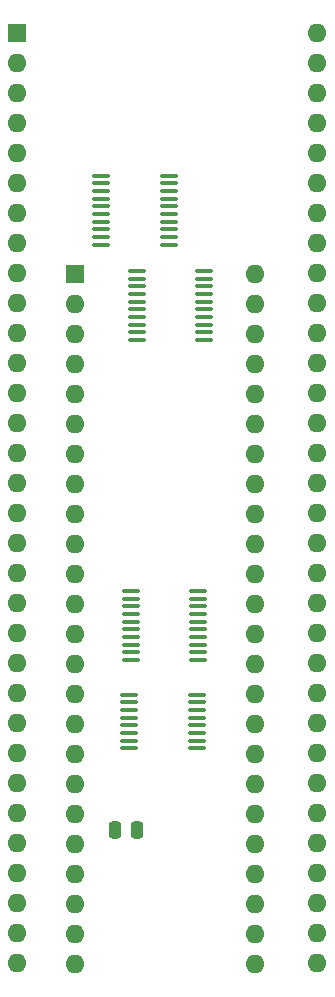
<source format=gbr>
G04 #@! TF.GenerationSoftware,KiCad,Pcbnew,7.0.5*
G04 #@! TF.CreationDate,2023-06-23T21:15:38-07:00*
G04 #@! TF.ProjectId,MCL68,4d434c36-382e-46b6-9963-61645f706362,rev?*
G04 #@! TF.SameCoordinates,Original*
G04 #@! TF.FileFunction,Soldermask,Bot*
G04 #@! TF.FilePolarity,Negative*
%FSLAX46Y46*%
G04 Gerber Fmt 4.6, Leading zero omitted, Abs format (unit mm)*
G04 Created by KiCad (PCBNEW 7.0.5) date 2023-06-23 21:15:38*
%MOMM*%
%LPD*%
G01*
G04 APERTURE LIST*
G04 Aperture macros list*
%AMRoundRect*
0 Rectangle with rounded corners*
0 $1 Rounding radius*
0 $2 $3 $4 $5 $6 $7 $8 $9 X,Y pos of 4 corners*
0 Add a 4 corners polygon primitive as box body*
4,1,4,$2,$3,$4,$5,$6,$7,$8,$9,$2,$3,0*
0 Add four circle primitives for the rounded corners*
1,1,$1+$1,$2,$3*
1,1,$1+$1,$4,$5*
1,1,$1+$1,$6,$7*
1,1,$1+$1,$8,$9*
0 Add four rect primitives between the rounded corners*
20,1,$1+$1,$2,$3,$4,$5,0*
20,1,$1+$1,$4,$5,$6,$7,0*
20,1,$1+$1,$6,$7,$8,$9,0*
20,1,$1+$1,$8,$9,$2,$3,0*%
G04 Aperture macros list end*
%ADD10R,1.600000X1.600000*%
%ADD11O,1.600000X1.600000*%
%ADD12RoundRect,0.250000X-0.250000X-0.475000X0.250000X-0.475000X0.250000X0.475000X-0.250000X0.475000X0*%
%ADD13RoundRect,0.100000X-0.637500X-0.100000X0.637500X-0.100000X0.637500X0.100000X-0.637500X0.100000X0*%
%ADD14RoundRect,0.100000X0.637500X0.100000X-0.637500X0.100000X-0.637500X-0.100000X0.637500X-0.100000X0*%
G04 APERTURE END LIST*
D10*
X144043400Y-75793600D03*
D11*
X144043400Y-78333600D03*
X144043400Y-80873600D03*
X144043400Y-83413600D03*
X144043400Y-85953600D03*
X144043400Y-88493600D03*
X144043400Y-91033600D03*
X144043400Y-93573600D03*
X144043400Y-96113600D03*
X144043400Y-98653600D03*
X144043400Y-101193600D03*
X144043400Y-103733600D03*
X144043400Y-106273600D03*
X144043400Y-108813600D03*
X144043400Y-111353600D03*
X144043400Y-113893600D03*
X144043400Y-116433600D03*
X144043400Y-118973600D03*
X144043400Y-121513600D03*
X144043400Y-124053600D03*
X144043400Y-126593600D03*
X144043400Y-129133600D03*
X144043400Y-131673600D03*
X144043400Y-134213600D03*
X159283400Y-134213600D03*
X159283400Y-131673600D03*
X159283400Y-129133600D03*
X159283400Y-126593600D03*
X159283400Y-124053600D03*
X159283400Y-121513600D03*
X159283400Y-118973600D03*
X159283400Y-116433600D03*
X159283400Y-113893600D03*
X159283400Y-111353600D03*
X159283400Y-108813600D03*
X159283400Y-106273600D03*
X159283400Y-103733600D03*
X159283400Y-101193600D03*
X159283400Y-98653600D03*
X159283400Y-96113600D03*
X159283400Y-93573600D03*
X159283400Y-91033600D03*
X159283400Y-88493600D03*
X159283400Y-85953600D03*
X159283400Y-83413600D03*
X159283400Y-80873600D03*
X159283400Y-78333600D03*
X159283400Y-75793600D03*
D10*
X139141200Y-55397400D03*
D11*
X139141200Y-57937400D03*
X139141200Y-60477400D03*
X139141200Y-63017400D03*
X139141200Y-65557400D03*
X139141200Y-68097400D03*
X139141200Y-70637400D03*
X139141200Y-73177400D03*
X139141200Y-75717400D03*
X139141200Y-78257400D03*
X139141200Y-80797400D03*
X139141200Y-83337400D03*
X139141200Y-85877400D03*
X139141200Y-88417400D03*
X139141200Y-90957400D03*
X139141200Y-93497400D03*
X139141200Y-96037400D03*
X139141200Y-98577400D03*
X139141200Y-101117400D03*
X139141200Y-103657400D03*
X139141200Y-106197400D03*
X139141200Y-108737400D03*
X139141200Y-111277400D03*
X139141200Y-113817400D03*
X139141200Y-116357400D03*
X139141200Y-118897400D03*
X139141200Y-121437400D03*
X139141200Y-123977400D03*
X139141200Y-126517400D03*
X139141200Y-129057400D03*
X139141200Y-131597400D03*
X139141200Y-134137400D03*
X164541200Y-134137400D03*
X164541200Y-131597400D03*
X164541200Y-129057400D03*
X164541200Y-126517400D03*
X164541200Y-123977400D03*
X164541200Y-121437400D03*
X164541200Y-118897400D03*
X164541200Y-116357400D03*
X164541200Y-113817400D03*
X164541200Y-111277400D03*
X164541200Y-108737400D03*
X164541200Y-106197400D03*
X164541200Y-103657400D03*
X164541200Y-101117400D03*
X164541200Y-98577400D03*
X164541200Y-96037400D03*
X164541200Y-93497400D03*
X164541200Y-90957400D03*
X164541200Y-88417400D03*
X164541200Y-85877400D03*
X164541200Y-83337400D03*
X164541200Y-80797400D03*
X164541200Y-78257400D03*
X164541200Y-75717400D03*
X164541200Y-73177400D03*
X164541200Y-70637400D03*
X164541200Y-68097400D03*
X164541200Y-65557400D03*
X164541200Y-63017400D03*
X164541200Y-60477400D03*
X164541200Y-57937400D03*
X164541200Y-55397400D03*
D12*
X147386000Y-122885200D03*
X149286000Y-122885200D03*
D13*
X148623100Y-115965400D03*
X148623100Y-115315400D03*
X148623100Y-114665400D03*
X148623100Y-114015400D03*
X148623100Y-113365400D03*
X148623100Y-112715400D03*
X148623100Y-112065400D03*
X148623100Y-111415400D03*
X154348100Y-111415400D03*
X154348100Y-112065400D03*
X154348100Y-112715400D03*
X154348100Y-113365400D03*
X154348100Y-114015400D03*
X154348100Y-114665400D03*
X154348100Y-115315400D03*
X154348100Y-115965400D03*
D14*
X154457400Y-102653000D03*
X154457400Y-103303000D03*
X154457400Y-103953000D03*
X154457400Y-104603000D03*
X154457400Y-105253000D03*
X154457400Y-105903000D03*
X154457400Y-106553000D03*
X154457400Y-107203000D03*
X154457400Y-107853000D03*
X154457400Y-108503000D03*
X148732400Y-108503000D03*
X148732400Y-107853000D03*
X148732400Y-107203000D03*
X148732400Y-106553000D03*
X148732400Y-105903000D03*
X148732400Y-105253000D03*
X148732400Y-104603000D03*
X148732400Y-103953000D03*
X148732400Y-103303000D03*
X148732400Y-102653000D03*
X151942800Y-67474000D03*
X151942800Y-68124000D03*
X151942800Y-68774000D03*
X151942800Y-69424000D03*
X151942800Y-70074000D03*
X151942800Y-70724000D03*
X151942800Y-71374000D03*
X151942800Y-72024000D03*
X151942800Y-72674000D03*
X151942800Y-73324000D03*
X146217800Y-73324000D03*
X146217800Y-72674000D03*
X146217800Y-72024000D03*
X146217800Y-71374000D03*
X146217800Y-70724000D03*
X146217800Y-70074000D03*
X146217800Y-69424000D03*
X146217800Y-68774000D03*
X146217800Y-68124000D03*
X146217800Y-67474000D03*
X154965400Y-75555800D03*
X154965400Y-76205800D03*
X154965400Y-76855800D03*
X154965400Y-77505800D03*
X154965400Y-78155800D03*
X154965400Y-78805800D03*
X154965400Y-79455800D03*
X154965400Y-80105800D03*
X154965400Y-80755800D03*
X154965400Y-81405800D03*
X149240400Y-81405800D03*
X149240400Y-80755800D03*
X149240400Y-80105800D03*
X149240400Y-79455800D03*
X149240400Y-78805800D03*
X149240400Y-78155800D03*
X149240400Y-77505800D03*
X149240400Y-76855800D03*
X149240400Y-76205800D03*
X149240400Y-75555800D03*
M02*

</source>
